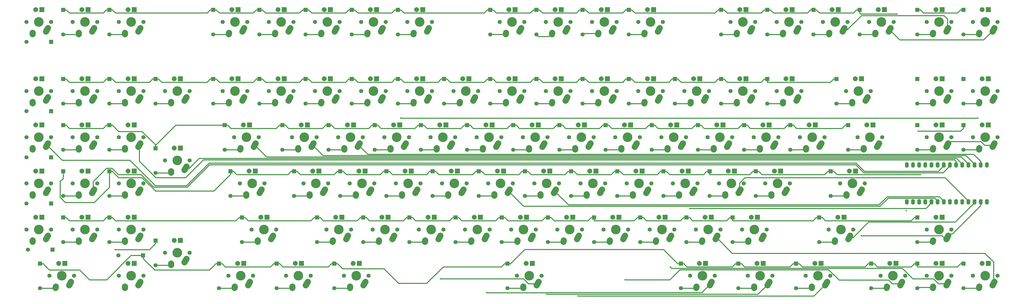
<source format=gtl>
G04 #@! TF.FileFunction,Copper,L1,Top,Signal*
%FSLAX46Y46*%
G04 Gerber Fmt 4.6, Leading zero omitted, Abs format (unit mm)*
G04 Created by KiCad (PCBNEW 4.0.2-stable) date Saturday, May 28, 2016 'PMt' 12:45:38 PM*
%MOMM*%
G01*
G04 APERTURE LIST*
%ADD10C,0.150000*%
%ADD11C,1.699260*%
%ADD12R,1.699260X1.699260*%
%ADD13C,3.987810*%
%ADD14C,1.701810*%
%ADD15C,2.500000*%
%ADD16R,2.000000X2.000000*%
%ADD17C,2.000000*%
%ADD18O,1.600000X2.300000*%
%ADD19C,0.609600*%
%ADD20C,0.381000*%
G04 APERTURE END LIST*
D10*
D11*
X286277540Y-119460520D03*
D12*
X286277540Y-109300520D03*
D11*
X419627540Y-138510520D03*
D12*
X419627540Y-128350520D03*
D13*
X428625000Y-133350000D03*
D14*
X433705000Y-133350000D03*
X423545000Y-133350000D03*
D15*
X431624547Y-137349954D02*
X432435453Y-135890046D01*
X426085276Y-138429328D02*
X426124724Y-137850672D01*
D16*
X429895000Y-128270000D03*
D17*
X427355000Y-128270000D03*
D11*
X400577540Y-138510520D03*
D12*
X400577540Y-128350520D03*
D13*
X409575000Y-133350000D03*
D14*
X414655000Y-133350000D03*
X404495000Y-133350000D03*
D15*
X412574547Y-137349954D02*
X413385453Y-135890046D01*
X407035276Y-138429328D02*
X407074724Y-137850672D01*
D16*
X410845000Y-128270000D03*
D17*
X408305000Y-128270000D03*
D11*
X381527540Y-138510520D03*
D12*
X381527540Y-128350520D03*
D13*
X390525000Y-133350000D03*
D14*
X395605000Y-133350000D03*
X385445000Y-133350000D03*
D15*
X393524547Y-137349954D02*
X394335453Y-135890046D01*
X387985276Y-138429328D02*
X388024724Y-137850672D01*
D16*
X391795000Y-128270000D03*
D17*
X389255000Y-128270000D03*
D11*
X350571290Y-138510520D03*
D12*
X350571290Y-128350520D03*
D13*
X359568750Y-133350000D03*
D14*
X364648750Y-133350000D03*
X354488750Y-133350000D03*
D15*
X362568297Y-137349954D02*
X363379203Y-135890046D01*
X357029026Y-138429328D02*
X357068474Y-137850672D01*
D16*
X360838750Y-128270000D03*
D17*
X358298750Y-128270000D03*
D11*
X326758790Y-138510520D03*
D12*
X326758790Y-128350520D03*
D13*
X335756250Y-133350000D03*
D14*
X340836250Y-133350000D03*
X330676250Y-133350000D03*
D15*
X338755797Y-137349954D02*
X339566703Y-135890046D01*
X333216526Y-138429328D02*
X333255974Y-137850672D01*
D16*
X337026250Y-128270000D03*
D17*
X334486250Y-128270000D03*
D11*
X303000000Y-138510520D03*
D12*
X303000000Y-128350520D03*
D13*
X311943750Y-133350000D03*
D14*
X317023750Y-133350000D03*
X306863750Y-133350000D03*
D15*
X314943297Y-137349954D02*
X315754203Y-135890046D01*
X309404026Y-138429328D02*
X309443474Y-137850672D01*
D16*
X313213750Y-128270000D03*
D17*
X310673750Y-128270000D03*
D11*
X231508790Y-138510520D03*
D12*
X231508790Y-128350520D03*
D13*
X240506250Y-133350000D03*
D14*
X245586250Y-133350000D03*
X235426250Y-133350000D03*
D15*
X243505797Y-137349954D02*
X244316703Y-135890046D01*
X237966526Y-138429328D02*
X238005974Y-137850672D01*
D16*
X241776250Y-128270000D03*
D17*
X239236250Y-128270000D03*
D11*
X160071290Y-138510520D03*
D12*
X160071290Y-128350520D03*
D13*
X169068750Y-133350000D03*
D14*
X174148750Y-133350000D03*
X163988750Y-133350000D03*
D15*
X172068297Y-137349954D02*
X172879203Y-135890046D01*
X166529026Y-138429328D02*
X166568474Y-137850672D01*
D16*
X170338750Y-128270000D03*
D17*
X167798750Y-128270000D03*
D11*
X136258790Y-138510520D03*
D12*
X136258790Y-128350520D03*
D13*
X145256250Y-133350000D03*
D14*
X150336250Y-133350000D03*
X140176250Y-133350000D03*
D15*
X148255797Y-137349954D02*
X149066703Y-135890046D01*
X142716526Y-138429328D02*
X142755974Y-137850672D01*
D16*
X146526250Y-128270000D03*
D17*
X143986250Y-128270000D03*
D11*
X112446290Y-138510520D03*
D12*
X112446290Y-128350520D03*
D13*
X121443750Y-133350000D03*
D14*
X126523750Y-133350000D03*
X116363750Y-133350000D03*
D15*
X124443297Y-137349954D02*
X125254203Y-135890046D01*
X118904026Y-138429328D02*
X118943474Y-137850672D01*
D16*
X122713750Y-128270000D03*
D17*
X120173750Y-128270000D03*
D11*
X71000000Y-125000000D03*
D12*
X81160000Y-125000000D03*
D13*
X76200000Y-133350000D03*
D14*
X81280000Y-133350000D03*
X71120000Y-133350000D03*
D15*
X79199547Y-137349954D02*
X80010453Y-135890046D01*
X73660276Y-138429328D02*
X73699724Y-137850672D01*
D16*
X77470000Y-128270000D03*
D17*
X74930000Y-128270000D03*
D11*
X38627540Y-138510520D03*
D12*
X38627540Y-128350520D03*
D13*
X47625000Y-133350000D03*
D14*
X52705000Y-133350000D03*
X42545000Y-133350000D03*
D15*
X50624547Y-137349954D02*
X51435453Y-135890046D01*
X45085276Y-138429328D02*
X45124724Y-137850672D01*
D16*
X48895000Y-128270000D03*
D17*
X46355000Y-128270000D03*
D11*
X400577540Y-119460520D03*
D12*
X400577540Y-109300520D03*
D13*
X409575000Y-114300000D03*
D14*
X414655000Y-114300000D03*
X404495000Y-114300000D03*
D15*
X412574547Y-118299954D02*
X413385453Y-116840046D01*
X407035276Y-119379328D02*
X407074724Y-118800672D01*
D16*
X410845000Y-109220000D03*
D17*
X408305000Y-109220000D03*
D11*
X360096290Y-119460520D03*
D12*
X360096290Y-109300520D03*
D13*
X369093750Y-114300000D03*
D14*
X374173750Y-114300000D03*
X364013750Y-114300000D03*
D15*
X372093297Y-118299954D02*
X372904203Y-116840046D01*
X366554026Y-119379328D02*
X366593474Y-118800672D01*
D16*
X370363750Y-109220000D03*
D17*
X367823750Y-109220000D03*
D11*
X324377540Y-119460520D03*
D12*
X324377540Y-109300520D03*
D13*
X333375000Y-114300000D03*
D14*
X338455000Y-114300000D03*
X328295000Y-114300000D03*
D15*
X336374547Y-118299954D02*
X337185453Y-116840046D01*
X330835276Y-119379328D02*
X330874724Y-118800672D01*
D16*
X334645000Y-109220000D03*
D17*
X332105000Y-109220000D03*
D11*
X305327540Y-119460520D03*
D12*
X305327540Y-109300520D03*
D13*
X314325000Y-114300000D03*
D14*
X319405000Y-114300000D03*
X309245000Y-114300000D03*
D15*
X317324547Y-118299954D02*
X318135453Y-116840046D01*
X311785276Y-119379328D02*
X311824724Y-118800672D01*
D16*
X315595000Y-109220000D03*
D17*
X313055000Y-109220000D03*
D13*
X295275000Y-114300000D03*
D14*
X300355000Y-114300000D03*
X290195000Y-114300000D03*
D15*
X298274547Y-118299954D02*
X299085453Y-116840046D01*
X292735276Y-119379328D02*
X292774724Y-118800672D01*
D16*
X296545000Y-109220000D03*
D17*
X294005000Y-109220000D03*
D11*
X267227540Y-119460520D03*
D12*
X267227540Y-109300520D03*
D13*
X276225000Y-114300000D03*
D14*
X281305000Y-114300000D03*
X271145000Y-114300000D03*
D15*
X279224547Y-118299954D02*
X280035453Y-116840046D01*
X273685276Y-119379328D02*
X273724724Y-118800672D01*
D16*
X277495000Y-109220000D03*
D17*
X274955000Y-109220000D03*
D11*
X248177540Y-119460520D03*
D12*
X248177540Y-109300520D03*
D13*
X257175000Y-114300000D03*
D14*
X262255000Y-114300000D03*
X252095000Y-114300000D03*
D15*
X260174547Y-118299954D02*
X260985453Y-116840046D01*
X254635276Y-119379328D02*
X254674724Y-118800672D01*
D16*
X258445000Y-109220000D03*
D17*
X255905000Y-109220000D03*
D11*
X229127540Y-119460520D03*
D12*
X229127540Y-109300520D03*
D13*
X238125000Y-114300000D03*
D14*
X243205000Y-114300000D03*
X233045000Y-114300000D03*
D15*
X241124547Y-118299954D02*
X241935453Y-116840046D01*
X235585276Y-119379328D02*
X235624724Y-118800672D01*
D16*
X239395000Y-109220000D03*
D17*
X236855000Y-109220000D03*
D11*
X210077540Y-119460520D03*
D12*
X210077540Y-109300520D03*
D13*
X219075000Y-114300000D03*
D14*
X224155000Y-114300000D03*
X213995000Y-114300000D03*
D15*
X222074547Y-118299954D02*
X222885453Y-116840046D01*
X216535276Y-119379328D02*
X216574724Y-118800672D01*
D16*
X220345000Y-109220000D03*
D17*
X217805000Y-109220000D03*
D11*
X191027540Y-119460520D03*
D12*
X191027540Y-109300520D03*
D13*
X200025000Y-114300000D03*
D14*
X205105000Y-114300000D03*
X194945000Y-114300000D03*
D15*
X203024547Y-118299954D02*
X203835453Y-116840046D01*
X197485276Y-119379328D02*
X197524724Y-118800672D01*
D16*
X201295000Y-109220000D03*
D17*
X198755000Y-109220000D03*
D11*
X171977540Y-119460520D03*
D12*
X171977540Y-109300520D03*
D13*
X180975000Y-114300000D03*
D14*
X186055000Y-114300000D03*
X175895000Y-114300000D03*
D15*
X183974547Y-118299954D02*
X184785453Y-116840046D01*
X178435276Y-119379328D02*
X178474724Y-118800672D01*
D16*
X182245000Y-109220000D03*
D17*
X179705000Y-109220000D03*
D11*
X152927540Y-119460520D03*
D12*
X152927540Y-109300520D03*
D13*
X161925000Y-114300000D03*
D14*
X167005000Y-114300000D03*
X156845000Y-114300000D03*
D15*
X164924547Y-118299954D02*
X165735453Y-116840046D01*
X159385276Y-119379328D02*
X159424724Y-118800672D01*
D16*
X163195000Y-109220000D03*
D17*
X160655000Y-109220000D03*
D11*
X121971290Y-119460520D03*
D12*
X121971290Y-109300520D03*
D13*
X130968750Y-114300000D03*
D14*
X136048750Y-114300000D03*
X125888750Y-114300000D03*
D15*
X133968297Y-118299954D02*
X134779203Y-116840046D01*
X128429026Y-119379328D02*
X128468474Y-118800672D01*
D16*
X132238750Y-109220000D03*
D17*
X129698750Y-109220000D03*
D11*
X86252540Y-128985520D03*
D12*
X86252540Y-118825520D03*
D13*
X95250000Y-123825000D03*
D14*
X100330000Y-123825000D03*
X90170000Y-123825000D03*
D15*
X98249547Y-127824954D02*
X99060453Y-126365046D01*
X92710276Y-128904328D02*
X92749724Y-128325672D01*
D16*
X96520000Y-118745000D03*
D17*
X93980000Y-118745000D03*
D11*
X67202540Y-119460520D03*
D12*
X67202540Y-109300520D03*
D13*
X76200000Y-114300000D03*
D14*
X81280000Y-114300000D03*
X71120000Y-114300000D03*
D15*
X79199547Y-118299954D02*
X80010453Y-116840046D01*
X73660276Y-119379328D02*
X73699724Y-118800672D01*
D16*
X77470000Y-109220000D03*
D17*
X74930000Y-109220000D03*
D11*
X48152540Y-119460520D03*
D12*
X48152540Y-109300520D03*
D13*
X57150000Y-114300000D03*
D14*
X62230000Y-114300000D03*
X52070000Y-114300000D03*
D15*
X60149547Y-118299954D02*
X60960453Y-116840046D01*
X54610276Y-119379328D02*
X54649724Y-118800672D01*
D16*
X58420000Y-109220000D03*
D17*
X55880000Y-109220000D03*
D11*
X33655000Y-122555000D03*
D12*
X43815000Y-122555000D03*
D13*
X38100000Y-114300000D03*
D14*
X43180000Y-114300000D03*
X33020000Y-114300000D03*
D15*
X41099547Y-118299954D02*
X41910453Y-116840046D01*
X35560276Y-119379328D02*
X35599724Y-118800672D01*
D16*
X39370000Y-109220000D03*
D17*
X36830000Y-109220000D03*
D11*
X364858790Y-100410520D03*
D12*
X364858790Y-90250520D03*
D13*
X373856250Y-95250000D03*
D14*
X378936250Y-95250000D03*
X368776250Y-95250000D03*
D15*
X376855797Y-99249954D02*
X377666703Y-97790046D01*
X371316526Y-100329328D02*
X371355974Y-99750672D01*
D16*
X375126250Y-90170000D03*
D17*
X372586250Y-90170000D03*
D11*
X333902540Y-100410520D03*
D12*
X333902540Y-90250520D03*
D13*
X342900000Y-95250000D03*
D14*
X347980000Y-95250000D03*
X337820000Y-95250000D03*
D15*
X345899547Y-99249954D02*
X346710453Y-97790046D01*
X340360276Y-100329328D02*
X340399724Y-99750672D01*
D16*
X344170000Y-90170000D03*
D17*
X341630000Y-90170000D03*
D11*
X314852540Y-100410520D03*
D12*
X314852540Y-90250520D03*
D13*
X323850000Y-95250000D03*
D14*
X328930000Y-95250000D03*
X318770000Y-95250000D03*
D15*
X326849547Y-99249954D02*
X327660453Y-97790046D01*
X321310276Y-100329328D02*
X321349724Y-99750672D01*
D16*
X325120000Y-90170000D03*
D17*
X322580000Y-90170000D03*
D11*
X295802540Y-100410520D03*
D12*
X295802540Y-90250520D03*
D13*
X304800000Y-95250000D03*
D14*
X309880000Y-95250000D03*
X299720000Y-95250000D03*
D15*
X307799547Y-99249954D02*
X308610453Y-97790046D01*
X302260276Y-100329328D02*
X302299724Y-99750672D01*
D16*
X306070000Y-90170000D03*
D17*
X303530000Y-90170000D03*
D11*
X276752540Y-100410520D03*
D12*
X276752540Y-90250520D03*
D13*
X285750000Y-95250000D03*
D14*
X290830000Y-95250000D03*
X280670000Y-95250000D03*
D15*
X288749547Y-99249954D02*
X289560453Y-97790046D01*
X283210276Y-100329328D02*
X283249724Y-99750672D01*
D16*
X287020000Y-90170000D03*
D17*
X284480000Y-90170000D03*
D11*
X257702540Y-100410520D03*
D12*
X257702540Y-90250520D03*
D13*
X266700000Y-95250000D03*
D14*
X271780000Y-95250000D03*
X261620000Y-95250000D03*
D15*
X269699547Y-99249954D02*
X270510453Y-97790046D01*
X264160276Y-100329328D02*
X264199724Y-99750672D01*
D16*
X267970000Y-90170000D03*
D17*
X265430000Y-90170000D03*
D11*
X238652540Y-100410520D03*
D12*
X238652540Y-90250520D03*
D13*
X247650000Y-95250000D03*
D14*
X252730000Y-95250000D03*
X242570000Y-95250000D03*
D15*
X250649547Y-99249954D02*
X251460453Y-97790046D01*
X245110276Y-100329328D02*
X245149724Y-99750672D01*
D16*
X248920000Y-90170000D03*
D17*
X246380000Y-90170000D03*
D11*
X219602540Y-100410520D03*
D12*
X219602540Y-90250520D03*
D13*
X228600000Y-95250000D03*
D14*
X233680000Y-95250000D03*
X223520000Y-95250000D03*
D15*
X231599547Y-99249954D02*
X232410453Y-97790046D01*
X226060276Y-100329328D02*
X226099724Y-99750672D01*
D16*
X229870000Y-90170000D03*
D17*
X227330000Y-90170000D03*
D11*
X200552540Y-100410520D03*
D12*
X200552540Y-90250520D03*
D13*
X209550000Y-95250000D03*
D14*
X214630000Y-95250000D03*
X204470000Y-95250000D03*
D15*
X212549547Y-99249954D02*
X213360453Y-97790046D01*
X207010276Y-100329328D02*
X207049724Y-99750672D01*
D16*
X210820000Y-90170000D03*
D17*
X208280000Y-90170000D03*
D11*
X181502540Y-100410520D03*
D12*
X181502540Y-90250520D03*
D13*
X190500000Y-95250000D03*
D14*
X195580000Y-95250000D03*
X185420000Y-95250000D03*
D15*
X193499547Y-99249954D02*
X194310453Y-97790046D01*
X187960276Y-100329328D02*
X187999724Y-99750672D01*
D16*
X191770000Y-90170000D03*
D17*
X189230000Y-90170000D03*
D11*
X162452540Y-100410520D03*
D12*
X162452540Y-90250520D03*
D13*
X171450000Y-95250000D03*
D14*
X176530000Y-95250000D03*
X166370000Y-95250000D03*
D15*
X174449547Y-99249954D02*
X175260453Y-97790046D01*
X168910276Y-100329328D02*
X168949724Y-99750672D01*
D16*
X172720000Y-90170000D03*
D17*
X170180000Y-90170000D03*
D11*
X143402540Y-100410520D03*
D12*
X143402540Y-90250520D03*
D13*
X152400000Y-95250000D03*
D14*
X157480000Y-95250000D03*
X147320000Y-95250000D03*
D15*
X155399547Y-99249954D02*
X156210453Y-97790046D01*
X149860276Y-100329328D02*
X149899724Y-99750672D01*
D16*
X153670000Y-90170000D03*
D17*
X151130000Y-90170000D03*
D11*
X117208790Y-100410520D03*
D12*
X117208790Y-90250520D03*
D13*
X126206250Y-95250000D03*
D14*
X131286250Y-95250000D03*
X121126250Y-95250000D03*
D15*
X129205797Y-99249954D02*
X130016703Y-97790046D01*
X123666526Y-100329328D02*
X123705974Y-99750672D01*
D16*
X127476250Y-90170000D03*
D17*
X124936250Y-90170000D03*
D11*
X67202540Y-100410520D03*
D12*
X67202540Y-90250520D03*
D13*
X76200000Y-95250000D03*
D14*
X81280000Y-95250000D03*
X71120000Y-95250000D03*
D15*
X79199547Y-99249954D02*
X80010453Y-97790046D01*
X73660276Y-100329328D02*
X73699724Y-99750672D01*
D16*
X77470000Y-90170000D03*
D17*
X74930000Y-90170000D03*
D11*
X48152540Y-100410520D03*
D12*
X48152540Y-90250520D03*
D13*
X57150000Y-95250000D03*
D14*
X62230000Y-95250000D03*
X52070000Y-95250000D03*
D15*
X60149547Y-99249954D02*
X60960453Y-97790046D01*
X54610276Y-100329328D02*
X54649724Y-99750672D01*
D16*
X58420000Y-90170000D03*
D17*
X55880000Y-90170000D03*
D11*
X33020000Y-103505000D03*
D12*
X43180000Y-103505000D03*
D13*
X38100000Y-95250000D03*
D14*
X43180000Y-95250000D03*
X33020000Y-95250000D03*
D15*
X41099547Y-99249954D02*
X41910453Y-97790046D01*
X35560276Y-100329328D02*
X35599724Y-99750672D01*
D16*
X39370000Y-90170000D03*
D17*
X36830000Y-90170000D03*
D11*
X419627540Y-81360520D03*
D12*
X419627540Y-71200520D03*
D13*
X428625000Y-76200000D03*
D14*
X433705000Y-76200000D03*
X423545000Y-76200000D03*
D15*
X431624547Y-80199954D02*
X432435453Y-78740046D01*
X426085276Y-81279328D02*
X426124724Y-80700672D01*
D16*
X429895000Y-71120000D03*
D17*
X427355000Y-71120000D03*
D11*
X400577540Y-81360520D03*
D12*
X400577540Y-71200520D03*
D13*
X409575000Y-76200000D03*
D14*
X414655000Y-76200000D03*
X404495000Y-76200000D03*
D15*
X412574547Y-80199954D02*
X413385453Y-78740046D01*
X407035276Y-81279328D02*
X407074724Y-80700672D01*
D16*
X410845000Y-71120000D03*
D17*
X408305000Y-71120000D03*
D11*
X372002540Y-81360520D03*
D12*
X372002540Y-71200520D03*
D13*
X381000000Y-76200000D03*
D14*
X386080000Y-76200000D03*
X375920000Y-76200000D03*
D15*
X383999547Y-80199954D02*
X384810453Y-78740046D01*
X378460276Y-81279328D02*
X378499724Y-80700672D01*
D16*
X382270000Y-71120000D03*
D17*
X379730000Y-71120000D03*
D11*
X348190040Y-81360520D03*
D12*
X348190040Y-71200520D03*
D13*
X357187500Y-76200000D03*
D14*
X362267500Y-76200000D03*
X352107500Y-76200000D03*
D15*
X360187047Y-80199954D02*
X360997953Y-78740046D01*
X354647776Y-81279328D02*
X354687224Y-80700672D01*
D16*
X358457500Y-71120000D03*
D17*
X355917500Y-71120000D03*
D11*
X329140040Y-81360520D03*
D12*
X329140040Y-71200520D03*
D13*
X338137500Y-76200000D03*
D14*
X343217500Y-76200000D03*
X333057500Y-76200000D03*
D15*
X341137047Y-80199954D02*
X341947953Y-78740046D01*
X335597776Y-81279328D02*
X335637224Y-80700672D01*
D16*
X339407500Y-71120000D03*
D17*
X336867500Y-71120000D03*
D11*
X310090040Y-81360520D03*
D12*
X310090040Y-71200520D03*
D13*
X319087500Y-76200000D03*
D14*
X324167500Y-76200000D03*
X314007500Y-76200000D03*
D15*
X322087047Y-80199954D02*
X322897953Y-78740046D01*
X316547776Y-81279328D02*
X316587224Y-80700672D01*
D16*
X320357500Y-71120000D03*
D17*
X317817500Y-71120000D03*
D11*
X291040040Y-81360520D03*
D12*
X291040040Y-71200520D03*
D13*
X300037500Y-76200000D03*
D14*
X305117500Y-76200000D03*
X294957500Y-76200000D03*
D15*
X303037047Y-80199954D02*
X303847953Y-78740046D01*
X297497776Y-81279328D02*
X297537224Y-80700672D01*
D16*
X301307500Y-71120000D03*
D17*
X298767500Y-71120000D03*
D11*
X271990040Y-81360520D03*
D12*
X271990040Y-71200520D03*
D13*
X280987500Y-76200000D03*
D14*
X286067500Y-76200000D03*
X275907500Y-76200000D03*
D15*
X283987047Y-80199954D02*
X284797953Y-78740046D01*
X278447776Y-81279328D02*
X278487224Y-80700672D01*
D16*
X282257500Y-71120000D03*
D17*
X279717500Y-71120000D03*
D11*
X252940040Y-81360520D03*
D12*
X252940040Y-71200520D03*
D13*
X261937500Y-76200000D03*
D14*
X267017500Y-76200000D03*
X256857500Y-76200000D03*
D15*
X264937047Y-80199954D02*
X265747953Y-78740046D01*
X259397776Y-81279328D02*
X259437224Y-80700672D01*
D16*
X263207500Y-71120000D03*
D17*
X260667500Y-71120000D03*
D11*
X233890040Y-81360520D03*
D12*
X233890040Y-71200520D03*
D13*
X242887500Y-76200000D03*
D14*
X247967500Y-76200000D03*
X237807500Y-76200000D03*
D15*
X245887047Y-80199954D02*
X246697953Y-78740046D01*
X240347776Y-81279328D02*
X240387224Y-80700672D01*
D16*
X244157500Y-71120000D03*
D17*
X241617500Y-71120000D03*
D11*
X214840040Y-81360520D03*
D12*
X214840040Y-71200520D03*
D13*
X223837500Y-76200000D03*
D14*
X228917500Y-76200000D03*
X218757500Y-76200000D03*
D15*
X226837047Y-80199954D02*
X227647953Y-78740046D01*
X221297776Y-81279328D02*
X221337224Y-80700672D01*
D16*
X225107500Y-71120000D03*
D17*
X222567500Y-71120000D03*
D11*
X195790040Y-81360520D03*
D12*
X195790040Y-71200520D03*
D13*
X204787500Y-76200000D03*
D14*
X209867500Y-76200000D03*
X199707500Y-76200000D03*
D15*
X207787047Y-80199954D02*
X208597953Y-78740046D01*
X202247776Y-81279328D02*
X202287224Y-80700672D01*
D16*
X206057500Y-71120000D03*
D17*
X203517500Y-71120000D03*
D11*
X176740040Y-81360520D03*
D12*
X176740040Y-71200520D03*
D13*
X185737500Y-76200000D03*
D14*
X190817500Y-76200000D03*
X180657500Y-76200000D03*
D15*
X188737047Y-80199954D02*
X189547953Y-78740046D01*
X183197776Y-81279328D02*
X183237224Y-80700672D01*
D16*
X187007500Y-71120000D03*
D17*
X184467500Y-71120000D03*
D11*
X157690040Y-81360520D03*
D12*
X157690040Y-71200520D03*
D13*
X166687500Y-76200000D03*
D14*
X171767500Y-76200000D03*
X161607500Y-76200000D03*
D15*
X169687047Y-80199954D02*
X170497953Y-78740046D01*
X164147776Y-81279328D02*
X164187224Y-80700672D01*
D16*
X167957500Y-71120000D03*
D17*
X165417500Y-71120000D03*
D11*
X138640040Y-81360520D03*
D12*
X138640040Y-71200520D03*
D13*
X147637500Y-76200000D03*
D14*
X152717500Y-76200000D03*
X142557500Y-76200000D03*
D15*
X150637047Y-80199954D02*
X151447953Y-78740046D01*
X145097776Y-81279328D02*
X145137224Y-80700672D01*
D16*
X148907500Y-71120000D03*
D17*
X146367500Y-71120000D03*
D11*
X114827540Y-81360520D03*
D12*
X114827540Y-71200520D03*
D13*
X123825000Y-76200000D03*
D14*
X128905000Y-76200000D03*
X118745000Y-76200000D03*
D15*
X126824547Y-80199954D02*
X127635453Y-78740046D01*
X121285276Y-81279328D02*
X121324724Y-80700672D01*
D16*
X125095000Y-71120000D03*
D17*
X122555000Y-71120000D03*
D11*
X86252540Y-90885520D03*
D12*
X86252540Y-80725520D03*
D13*
X95250000Y-85725000D03*
D14*
X100330000Y-85725000D03*
X90170000Y-85725000D03*
D15*
X98249547Y-89724954D02*
X99060453Y-88265046D01*
X92710276Y-90804328D02*
X92749724Y-90225672D01*
D16*
X96520000Y-80645000D03*
D17*
X93980000Y-80645000D03*
D11*
X67202540Y-81360520D03*
D12*
X67202540Y-71200520D03*
D13*
X76200000Y-76200000D03*
D14*
X81280000Y-76200000D03*
X71120000Y-76200000D03*
D15*
X79199547Y-80199954D02*
X80010453Y-78740046D01*
X73660276Y-81279328D02*
X73699724Y-80700672D01*
D16*
X77470000Y-71120000D03*
D17*
X74930000Y-71120000D03*
D11*
X48152540Y-81360520D03*
D12*
X48152540Y-71200520D03*
D13*
X57150000Y-76200000D03*
D14*
X62230000Y-76200000D03*
X52070000Y-76200000D03*
D15*
X60149547Y-80199954D02*
X60960453Y-78740046D01*
X54610276Y-81279328D02*
X54649724Y-80700672D01*
D16*
X58420000Y-71120000D03*
D17*
X55880000Y-71120000D03*
D11*
X33020000Y-84455000D03*
D12*
X43180000Y-84455000D03*
D13*
X38100000Y-76200000D03*
D14*
X43180000Y-76200000D03*
X33020000Y-76200000D03*
D15*
X41099547Y-80199954D02*
X41910453Y-78740046D01*
X35560276Y-81279328D02*
X35599724Y-80700672D01*
D16*
X39370000Y-71120000D03*
D17*
X36830000Y-71120000D03*
D11*
X419627540Y-62310520D03*
D12*
X419627540Y-52150520D03*
D13*
X428625000Y-57150000D03*
D14*
X433705000Y-57150000D03*
X423545000Y-57150000D03*
D15*
X431624547Y-61149954D02*
X432435453Y-59690046D01*
X426085276Y-62229328D02*
X426124724Y-61650672D01*
D16*
X429895000Y-52070000D03*
D17*
X427355000Y-52070000D03*
D11*
X400577540Y-62310520D03*
D12*
X400577540Y-52150520D03*
D13*
X409575000Y-57150000D03*
D14*
X414655000Y-57150000D03*
X404495000Y-57150000D03*
D15*
X412574547Y-61149954D02*
X413385453Y-59690046D01*
X407035276Y-62229328D02*
X407074724Y-61650672D01*
D16*
X410845000Y-52070000D03*
D17*
X408305000Y-52070000D03*
D11*
X367240040Y-62310520D03*
D12*
X367240040Y-52150520D03*
D13*
X376237500Y-57150000D03*
D14*
X381317500Y-57150000D03*
X371157500Y-57150000D03*
D15*
X379237047Y-61149954D02*
X380047953Y-59690046D01*
X373697776Y-62229328D02*
X373737224Y-61650672D01*
D16*
X377507500Y-52070000D03*
D17*
X374967500Y-52070000D03*
D11*
X338665040Y-62310520D03*
D12*
X338665040Y-52150520D03*
D13*
X347662500Y-57150000D03*
D14*
X352742500Y-57150000D03*
X342582500Y-57150000D03*
D15*
X350662047Y-61149954D02*
X351472953Y-59690046D01*
X345122776Y-62229328D02*
X345162224Y-61650672D01*
D16*
X348932500Y-52070000D03*
D17*
X346392500Y-52070000D03*
D11*
X319615040Y-62310520D03*
D12*
X319615040Y-52150520D03*
D13*
X328612500Y-57150000D03*
D14*
X333692500Y-57150000D03*
X323532500Y-57150000D03*
D15*
X331612047Y-61149954D02*
X332422953Y-59690046D01*
X326072776Y-62229328D02*
X326112224Y-61650672D01*
D16*
X329882500Y-52070000D03*
D17*
X327342500Y-52070000D03*
D11*
X300565040Y-62310520D03*
D12*
X300565040Y-52150520D03*
D13*
X309562500Y-57150000D03*
D14*
X314642500Y-57150000D03*
X304482500Y-57150000D03*
D15*
X312562047Y-61149954D02*
X313372953Y-59690046D01*
X307022776Y-62229328D02*
X307062224Y-61650672D01*
D16*
X310832500Y-52070000D03*
D17*
X308292500Y-52070000D03*
D11*
X281515040Y-62310520D03*
D12*
X281515040Y-52150520D03*
D13*
X290512500Y-57150000D03*
D14*
X295592500Y-57150000D03*
X285432500Y-57150000D03*
D15*
X293512047Y-61149954D02*
X294322953Y-59690046D01*
X287972776Y-62229328D02*
X288012224Y-61650672D01*
D16*
X291782500Y-52070000D03*
D17*
X289242500Y-52070000D03*
D11*
X262465040Y-62310520D03*
D12*
X262465040Y-52150520D03*
D13*
X271462500Y-57150000D03*
D14*
X276542500Y-57150000D03*
X266382500Y-57150000D03*
D15*
X274462047Y-61149954D02*
X275272953Y-59690046D01*
X268922776Y-62229328D02*
X268962224Y-61650672D01*
D16*
X272732500Y-52070000D03*
D17*
X270192500Y-52070000D03*
D11*
X243415040Y-62310520D03*
D12*
X243415040Y-52150520D03*
D13*
X252412500Y-57150000D03*
D14*
X257492500Y-57150000D03*
X247332500Y-57150000D03*
D15*
X255412047Y-61149954D02*
X256222953Y-59690046D01*
X249872776Y-62229328D02*
X249912224Y-61650672D01*
D16*
X253682500Y-52070000D03*
D17*
X251142500Y-52070000D03*
D11*
X224365040Y-62310520D03*
D12*
X224365040Y-52150520D03*
D13*
X233362500Y-57150000D03*
D14*
X238442500Y-57150000D03*
X228282500Y-57150000D03*
D15*
X236362047Y-61149954D02*
X237172953Y-59690046D01*
X230822776Y-62229328D02*
X230862224Y-61650672D01*
D16*
X234632500Y-52070000D03*
D17*
X232092500Y-52070000D03*
D11*
X205315040Y-62310520D03*
D12*
X205315040Y-52150520D03*
D13*
X214312500Y-57150000D03*
D14*
X219392500Y-57150000D03*
X209232500Y-57150000D03*
D15*
X217312047Y-61149954D02*
X218122953Y-59690046D01*
X211772776Y-62229328D02*
X211812224Y-61650672D01*
D16*
X215582500Y-52070000D03*
D17*
X213042500Y-52070000D03*
D11*
X186265040Y-62310520D03*
D12*
X186265040Y-52150520D03*
D13*
X195262500Y-57150000D03*
D14*
X200342500Y-57150000D03*
X190182500Y-57150000D03*
D15*
X198262047Y-61149954D02*
X199072953Y-59690046D01*
X192722776Y-62229328D02*
X192762224Y-61650672D01*
D16*
X196532500Y-52070000D03*
D17*
X193992500Y-52070000D03*
D11*
X167215040Y-62310520D03*
D12*
X167215040Y-52150520D03*
D13*
X176212500Y-57150000D03*
D14*
X181292500Y-57150000D03*
X171132500Y-57150000D03*
D15*
X179212047Y-61149954D02*
X180022953Y-59690046D01*
X173672776Y-62229328D02*
X173712224Y-61650672D01*
D16*
X177482500Y-52070000D03*
D17*
X174942500Y-52070000D03*
D11*
X148165040Y-62310520D03*
D12*
X148165040Y-52150520D03*
D13*
X157162500Y-57150000D03*
D14*
X162242500Y-57150000D03*
X152082500Y-57150000D03*
D15*
X160162047Y-61149954D02*
X160972953Y-59690046D01*
X154622776Y-62229328D02*
X154662224Y-61650672D01*
D16*
X158432500Y-52070000D03*
D17*
X155892500Y-52070000D03*
D11*
X129115040Y-62310520D03*
D12*
X129115040Y-52150520D03*
D13*
X138112500Y-57150000D03*
D14*
X143192500Y-57150000D03*
X133032500Y-57150000D03*
D15*
X141112047Y-61149954D02*
X141922953Y-59690046D01*
X135572776Y-62229328D02*
X135612224Y-61650672D01*
D16*
X139382500Y-52070000D03*
D17*
X136842500Y-52070000D03*
D11*
X110065040Y-62310520D03*
D12*
X110065040Y-52150520D03*
D13*
X119062500Y-57150000D03*
D14*
X124142500Y-57150000D03*
X113982500Y-57150000D03*
D15*
X122062047Y-61149954D02*
X122872953Y-59690046D01*
X116522776Y-62229328D02*
X116562224Y-61650672D01*
D16*
X120332500Y-52070000D03*
D17*
X117792500Y-52070000D03*
D11*
X86252540Y-62310520D03*
D12*
X86252540Y-52150520D03*
D13*
X95250000Y-57150000D03*
D14*
X100330000Y-57150000D03*
X90170000Y-57150000D03*
D15*
X98249547Y-61149954D02*
X99060453Y-59690046D01*
X92710276Y-62229328D02*
X92749724Y-61650672D01*
D16*
X96520000Y-52070000D03*
D17*
X93980000Y-52070000D03*
D11*
X67202540Y-62310520D03*
D12*
X67202540Y-52150520D03*
D13*
X76200000Y-57150000D03*
D14*
X81280000Y-57150000D03*
X71120000Y-57150000D03*
D15*
X79199547Y-61149954D02*
X80010453Y-59690046D01*
X73660276Y-62229328D02*
X73699724Y-61650672D01*
D16*
X77470000Y-52070000D03*
D17*
X74930000Y-52070000D03*
D11*
X48152540Y-62310520D03*
D12*
X48152540Y-52150520D03*
D13*
X57150000Y-57150000D03*
D14*
X62230000Y-57150000D03*
X52070000Y-57150000D03*
D15*
X60149547Y-61149954D02*
X60960453Y-59690046D01*
X54610276Y-62229328D02*
X54649724Y-61650672D01*
D16*
X58420000Y-52070000D03*
D17*
X55880000Y-52070000D03*
D11*
X33020000Y-65405000D03*
D12*
X43180000Y-65405000D03*
D13*
X38100000Y-57150000D03*
D14*
X43180000Y-57150000D03*
X33020000Y-57150000D03*
D15*
X41099547Y-61149954D02*
X41910453Y-59690046D01*
X35560276Y-62229328D02*
X35599724Y-61650672D01*
D16*
X39370000Y-52070000D03*
D17*
X36830000Y-52070000D03*
D11*
X419627540Y-33735520D03*
D12*
X419627540Y-23575520D03*
D13*
X428625000Y-28575000D03*
D14*
X433705000Y-28575000D03*
X423545000Y-28575000D03*
D15*
X431624547Y-32574954D02*
X432435453Y-31115046D01*
X426085276Y-33654328D02*
X426124724Y-33075672D01*
D16*
X429895000Y-23495000D03*
D17*
X427355000Y-23495000D03*
D11*
X400577540Y-33735520D03*
D12*
X400577540Y-23575520D03*
D13*
X409575000Y-28575000D03*
D14*
X414655000Y-28575000D03*
X404495000Y-28575000D03*
D15*
X412574547Y-32574954D02*
X413385453Y-31115046D01*
X407035276Y-33654328D02*
X407074724Y-33075672D01*
D16*
X410845000Y-23495000D03*
D17*
X408305000Y-23495000D03*
D11*
X376765040Y-33735520D03*
D12*
X376765040Y-23575520D03*
D13*
X385762500Y-28575000D03*
D14*
X390842500Y-28575000D03*
X380682500Y-28575000D03*
D15*
X388762047Y-32574954D02*
X389572953Y-31115046D01*
X383222776Y-33654328D02*
X383262224Y-33075672D01*
D16*
X387032500Y-23495000D03*
D17*
X384492500Y-23495000D03*
D11*
X357715040Y-33735520D03*
D12*
X357715040Y-23575520D03*
D13*
X366712500Y-28575000D03*
D14*
X371792500Y-28575000D03*
X361632500Y-28575000D03*
D15*
X369712047Y-32574954D02*
X370522953Y-31115046D01*
X364172776Y-33654328D02*
X364212224Y-33075672D01*
D16*
X367982500Y-23495000D03*
D17*
X365442500Y-23495000D03*
D11*
X338665040Y-33735520D03*
D12*
X338665040Y-23575520D03*
D13*
X347662500Y-28575000D03*
D14*
X352742500Y-28575000D03*
X342582500Y-28575000D03*
D15*
X350662047Y-32574954D02*
X351472953Y-31115046D01*
X345122776Y-33654328D02*
X345162224Y-33075672D01*
D16*
X348932500Y-23495000D03*
D17*
X346392500Y-23495000D03*
D11*
X319615040Y-33735520D03*
D12*
X319615040Y-23575520D03*
D13*
X328612500Y-28575000D03*
D14*
X333692500Y-28575000D03*
X323532500Y-28575000D03*
D15*
X331612047Y-32574954D02*
X332422953Y-31115046D01*
X326072776Y-33654328D02*
X326112224Y-33075672D01*
D16*
X329882500Y-23495000D03*
D17*
X327342500Y-23495000D03*
D11*
X281515040Y-33735520D03*
D12*
X281515040Y-23575520D03*
D13*
X290512500Y-28575000D03*
D14*
X295592500Y-28575000D03*
X285432500Y-28575000D03*
D15*
X293512047Y-32574954D02*
X294322953Y-31115046D01*
X287972776Y-33654328D02*
X288012224Y-33075672D01*
D16*
X291782500Y-23495000D03*
D17*
X289242500Y-23495000D03*
D11*
X262465040Y-33735520D03*
D12*
X262465040Y-23575520D03*
D13*
X271462500Y-28575000D03*
D14*
X276542500Y-28575000D03*
X266382500Y-28575000D03*
D15*
X274462047Y-32574954D02*
X275272953Y-31115046D01*
X268922776Y-33654328D02*
X268962224Y-33075672D01*
D16*
X272732500Y-23495000D03*
D17*
X270192500Y-23495000D03*
D11*
X243415040Y-33735520D03*
D12*
X243415040Y-23575520D03*
D13*
X252412500Y-28575000D03*
D14*
X257492500Y-28575000D03*
X247332500Y-28575000D03*
D15*
X255412047Y-32574954D02*
X256222953Y-31115046D01*
X249872776Y-33654328D02*
X249912224Y-33075672D01*
D16*
X253682500Y-23495000D03*
D17*
X251142500Y-23495000D03*
D11*
X224365040Y-33735520D03*
D12*
X224365040Y-23575520D03*
D13*
X233362500Y-28575000D03*
D14*
X238442500Y-28575000D03*
X228282500Y-28575000D03*
D15*
X236362047Y-32574954D02*
X237172953Y-31115046D01*
X230822776Y-33654328D02*
X230862224Y-33075672D01*
D16*
X234632500Y-23495000D03*
D17*
X232092500Y-23495000D03*
D11*
X186265040Y-33735520D03*
D12*
X186265040Y-23575520D03*
D13*
X195262500Y-28575000D03*
D14*
X200342500Y-28575000D03*
X190182500Y-28575000D03*
D15*
X198262047Y-32574954D02*
X199072953Y-31115046D01*
X192722776Y-33654328D02*
X192762224Y-33075672D01*
D16*
X196532500Y-23495000D03*
D17*
X193992500Y-23495000D03*
D11*
X167215040Y-33735520D03*
D12*
X167215040Y-23575520D03*
D13*
X176212500Y-28575000D03*
D14*
X181292500Y-28575000D03*
X171132500Y-28575000D03*
D15*
X179212047Y-32574954D02*
X180022953Y-31115046D01*
X173672776Y-33654328D02*
X173712224Y-33075672D01*
D16*
X177482500Y-23495000D03*
D17*
X174942500Y-23495000D03*
D11*
X148165040Y-33735520D03*
D12*
X148165040Y-23575520D03*
D13*
X157162500Y-28575000D03*
D14*
X162242500Y-28575000D03*
X152082500Y-28575000D03*
D15*
X160162047Y-32574954D02*
X160972953Y-31115046D01*
X154622776Y-33654328D02*
X154662224Y-33075672D01*
D16*
X158432500Y-23495000D03*
D17*
X155892500Y-23495000D03*
D11*
X129115040Y-33735520D03*
D12*
X129115040Y-23575520D03*
D13*
X138112500Y-28575000D03*
D14*
X143192500Y-28575000D03*
X133032500Y-28575000D03*
D15*
X141112047Y-32574954D02*
X141922953Y-31115046D01*
X135572776Y-33654328D02*
X135612224Y-33075672D01*
D16*
X139382500Y-23495000D03*
D17*
X136842500Y-23495000D03*
D11*
X110065040Y-33735520D03*
D12*
X110065040Y-23575520D03*
D13*
X119062500Y-28575000D03*
D14*
X124142500Y-28575000D03*
X113982500Y-28575000D03*
D15*
X122062047Y-32574954D02*
X122872953Y-31115046D01*
X116522776Y-33654328D02*
X116562224Y-33075672D01*
D16*
X120332500Y-23495000D03*
D17*
X117792500Y-23495000D03*
D11*
X67202540Y-33735520D03*
D12*
X67202540Y-23575520D03*
D13*
X76200000Y-28575000D03*
D14*
X81280000Y-28575000D03*
X71120000Y-28575000D03*
D15*
X79199547Y-32574954D02*
X80010453Y-31115046D01*
X73660276Y-33654328D02*
X73699724Y-33075672D01*
D16*
X77470000Y-23495000D03*
D17*
X74930000Y-23495000D03*
D11*
X48152540Y-33735520D03*
D12*
X48152540Y-23575520D03*
D13*
X57150000Y-28575000D03*
D14*
X62230000Y-28575000D03*
X52070000Y-28575000D03*
D15*
X60149547Y-32574954D02*
X60960453Y-31115046D01*
X54610276Y-33654328D02*
X54649724Y-33075672D01*
D16*
X58420000Y-23495000D03*
D17*
X55880000Y-23495000D03*
D11*
X33020000Y-36830000D03*
D12*
X43180000Y-36830000D03*
D13*
X38100000Y-28575000D03*
D14*
X43180000Y-28575000D03*
X33020000Y-28575000D03*
D15*
X41099547Y-32574954D02*
X41910453Y-31115046D01*
X35560276Y-33654328D02*
X35599724Y-33075672D01*
D16*
X39370000Y-23495000D03*
D17*
X36830000Y-23495000D03*
D18*
X396240000Y-102870000D03*
X398780000Y-102870000D03*
X401320000Y-102870000D03*
X403860000Y-102870000D03*
X406400000Y-102870000D03*
X408940000Y-102870000D03*
X411480000Y-102870000D03*
X414020000Y-102870000D03*
X416560000Y-102870000D03*
X419100000Y-102870000D03*
X421640000Y-102870000D03*
X424180000Y-102870000D03*
X426720000Y-102870000D03*
X429260000Y-102870000D03*
X429260000Y-87630000D03*
X426720000Y-87630000D03*
X424180000Y-87630000D03*
X421640000Y-87630000D03*
X419100000Y-87630000D03*
X416560000Y-87630000D03*
X414020000Y-87630000D03*
X411480000Y-87630000D03*
X408940000Y-87630000D03*
X406400000Y-87630000D03*
X403860000Y-87630000D03*
X401320000Y-87630000D03*
X398780000Y-87630000D03*
X396240000Y-87630000D03*
D19*
X392176000Y-25273000D03*
X69596000Y-122555000D03*
X401828000Y-91567000D03*
X400939000Y-73660000D03*
X306705000Y-105537000D03*
X222885000Y-140335000D03*
X247650000Y-140970000D03*
X187452000Y-68254500D03*
X425577000Y-68326000D03*
X203835000Y-134620000D03*
X377444000Y-116840000D03*
X260604000Y-141732000D03*
X280000000Y-135000000D03*
X298704000Y-129794000D03*
X420000000Y-124079000D03*
X396000000Y-106500000D03*
D20*
X392176000Y-25273000D02*
X377231890Y-25273000D01*
X377231890Y-25273000D02*
X376765040Y-24806150D01*
X376765040Y-24806150D02*
X376765040Y-23575520D01*
X357715040Y-23575520D02*
X358945670Y-23575520D01*
X374221229Y-24888701D02*
X375534410Y-23575520D01*
X358945670Y-23575520D02*
X360258851Y-24888701D01*
X360258851Y-24888701D02*
X374221229Y-24888701D01*
X375534410Y-23575520D02*
X376765040Y-23575520D01*
X338665040Y-23575520D02*
X339895670Y-23575520D01*
X339895670Y-23575520D02*
X341208851Y-24888701D01*
X341208851Y-24888701D02*
X355171229Y-24888701D01*
X355171229Y-24888701D02*
X356484410Y-23575520D01*
X356484410Y-23575520D02*
X357715040Y-23575520D01*
X319615040Y-23575520D02*
X320845670Y-23575520D01*
X320845670Y-23575520D02*
X322158851Y-24888701D01*
X322158851Y-24888701D02*
X336121229Y-24888701D01*
X336121229Y-24888701D02*
X337434410Y-23575520D01*
X337434410Y-23575520D02*
X338665040Y-23575520D01*
X281515040Y-23575520D02*
X282745670Y-23575520D01*
X284058851Y-24888701D02*
X317071229Y-24888701D01*
X282745670Y-23575520D02*
X284058851Y-24888701D01*
X317071229Y-24888701D02*
X318384410Y-23575520D01*
X318384410Y-23575520D02*
X319615040Y-23575520D01*
X262465040Y-23575520D02*
X263695670Y-23575520D01*
X263695670Y-23575520D02*
X265008851Y-24888701D01*
X265008851Y-24888701D02*
X278971229Y-24888701D01*
X278971229Y-24888701D02*
X280284410Y-23575520D01*
X280284410Y-23575520D02*
X281515040Y-23575520D01*
X243415040Y-23575520D02*
X244645670Y-23575520D01*
X244645670Y-23575520D02*
X245958851Y-24888701D01*
X245958851Y-24888701D02*
X259921229Y-24888701D01*
X259921229Y-24888701D02*
X261234410Y-23575520D01*
X261234410Y-23575520D02*
X262465040Y-23575520D01*
X224365040Y-23575520D02*
X225595670Y-23575520D01*
X225595670Y-23575520D02*
X226908851Y-24888701D01*
X226908851Y-24888701D02*
X240871229Y-24888701D01*
X240871229Y-24888701D02*
X242184410Y-23575520D01*
X242184410Y-23575520D02*
X243415040Y-23575520D01*
X186265040Y-23575520D02*
X187495670Y-23575520D01*
X223134410Y-23575520D02*
X224365040Y-23575520D01*
X187495670Y-23575520D02*
X188808851Y-24888701D01*
X188808851Y-24888701D02*
X221821229Y-24888701D01*
X221821229Y-24888701D02*
X223134410Y-23575520D01*
X167215040Y-23575520D02*
X168445670Y-23575520D01*
X168445670Y-23575520D02*
X169758851Y-24888701D01*
X169758851Y-24888701D02*
X183721229Y-24888701D01*
X183721229Y-24888701D02*
X185034410Y-23575520D01*
X185034410Y-23575520D02*
X186265040Y-23575520D01*
X148165040Y-23575520D02*
X149395670Y-23575520D01*
X149395670Y-23575520D02*
X150708851Y-24888701D01*
X150708851Y-24888701D02*
X164671229Y-24888701D01*
X164671229Y-24888701D02*
X165984410Y-23575520D01*
X165984410Y-23575520D02*
X167215040Y-23575520D01*
X48152540Y-23575520D02*
X49383170Y-23575520D01*
X49383170Y-23575520D02*
X50696351Y-24888701D01*
X65971910Y-23575520D02*
X67202540Y-23575520D01*
X50696351Y-24888701D02*
X64658729Y-24888701D01*
X64658729Y-24888701D02*
X65971910Y-23575520D01*
X129115040Y-23575520D02*
X130345670Y-23575520D01*
X130345670Y-23575520D02*
X131658851Y-24888701D01*
X131658851Y-24888701D02*
X145621229Y-24888701D01*
X145621229Y-24888701D02*
X146934410Y-23575520D01*
X146934410Y-23575520D02*
X148165040Y-23575520D01*
X110065040Y-23575520D02*
X111295670Y-23575520D01*
X111295670Y-23575520D02*
X112608851Y-24888701D01*
X112608851Y-24888701D02*
X126571229Y-24888701D01*
X126571229Y-24888701D02*
X127884410Y-23575520D01*
X127884410Y-23575520D02*
X129115040Y-23575520D01*
X67202540Y-23575520D02*
X68433170Y-23575520D01*
X68433170Y-23575520D02*
X69746351Y-24888701D01*
X69746351Y-24888701D02*
X107521229Y-24888701D01*
X107521229Y-24888701D02*
X108834410Y-23575520D01*
X108834410Y-23575520D02*
X110065040Y-23575520D01*
X48152540Y-33735520D02*
X54259480Y-33735520D01*
X54259480Y-33735520D02*
X54630000Y-33365000D01*
X67202540Y-33735520D02*
X73309480Y-33735520D01*
X73309480Y-33735520D02*
X73680000Y-33365000D01*
X110065040Y-33735520D02*
X116171980Y-33735520D01*
X116171980Y-33735520D02*
X116542500Y-33365000D01*
X129115040Y-33735520D02*
X135221980Y-33735520D01*
X135221980Y-33735520D02*
X135592500Y-33365000D01*
X148165040Y-33735520D02*
X154271980Y-33735520D01*
X154271980Y-33735520D02*
X154642500Y-33365000D01*
X167215040Y-33735520D02*
X173321980Y-33735520D01*
X173321980Y-33735520D02*
X173692500Y-33365000D01*
X186265040Y-33735520D02*
X192371980Y-33735520D01*
X192371980Y-33735520D02*
X192742500Y-33365000D01*
X224365040Y-33735520D02*
X230471980Y-33735520D01*
X230471980Y-33735520D02*
X230842500Y-33365000D01*
X243415040Y-33735520D02*
X244264669Y-34585149D01*
X244264669Y-34585149D02*
X248672351Y-34585149D01*
X248672351Y-34585149D02*
X248793890Y-34463610D01*
X248793890Y-34463610D02*
X249892500Y-33365000D01*
X268942500Y-33365000D02*
X262835560Y-33365000D01*
X262835560Y-33365000D02*
X262465040Y-33735520D01*
X281515040Y-33735520D02*
X287621980Y-33735520D01*
X287621980Y-33735520D02*
X287992500Y-33365000D01*
X319615040Y-33735520D02*
X325721980Y-33735520D01*
X325721980Y-33735520D02*
X326092500Y-33365000D01*
X338665040Y-33735520D02*
X344771980Y-33735520D01*
X344771980Y-33735520D02*
X345142500Y-33365000D01*
X357715040Y-33735520D02*
X363821980Y-33735520D01*
X363821980Y-33735520D02*
X364192500Y-33365000D01*
X376765040Y-33735520D02*
X382871980Y-33735520D01*
X382871980Y-33735520D02*
X383242500Y-33365000D01*
X400577540Y-33735520D02*
X406684480Y-33735520D01*
X406684480Y-33735520D02*
X407055000Y-33365000D01*
X238589940Y-122500000D02*
X295865140Y-122500000D01*
X295865140Y-122500000D02*
X301715660Y-128350520D01*
X301715660Y-128350520D02*
X302946290Y-128350520D01*
X232739420Y-128350520D02*
X238589940Y-122500000D01*
X205000000Y-129663701D02*
X228964979Y-129663701D01*
X186500000Y-136500000D02*
X198163701Y-136500000D01*
X198163701Y-136500000D02*
X205000000Y-129663701D01*
X180500000Y-130500000D02*
X186500000Y-136500000D01*
X163451400Y-130500000D02*
X180500000Y-130500000D01*
X161301920Y-128350520D02*
X163451400Y-130500000D01*
X108566180Y-131000000D02*
X111215660Y-128350520D01*
X111215660Y-128350520D02*
X112446290Y-128350520D01*
X85929370Y-131000000D02*
X108566180Y-131000000D01*
X81160000Y-125000000D02*
X81160000Y-126230630D01*
X81160000Y-126230630D02*
X85929370Y-131000000D01*
X81160000Y-125000000D02*
X76137322Y-125000000D01*
X76137322Y-125000000D02*
X66137322Y-135000000D01*
X66137322Y-135000000D02*
X66000000Y-135000000D01*
X59000000Y-135000000D02*
X66000000Y-135000000D01*
X54962394Y-130962394D02*
X59000000Y-135000000D01*
X39858170Y-128350520D02*
X42470044Y-130962394D01*
X42470044Y-130962394D02*
X54962394Y-130962394D01*
X400577540Y-23575520D02*
X401808170Y-23575520D01*
X401808170Y-23575520D02*
X403121351Y-24888701D01*
X403121351Y-24888701D02*
X417083729Y-24888701D01*
X417083729Y-24888701D02*
X418396910Y-23575520D01*
X418396910Y-23575520D02*
X419627540Y-23575520D01*
X231508790Y-128350520D02*
X232739420Y-128350520D01*
X400577540Y-128350520D02*
X400577540Y-129581150D01*
X400577540Y-129581150D02*
X400660091Y-129663701D01*
X400660091Y-129663701D02*
X417083729Y-129663701D01*
X417083729Y-129663701D02*
X418396910Y-128350520D01*
X418396910Y-128350520D02*
X419627540Y-128350520D01*
X381527540Y-128350520D02*
X382758170Y-128350520D01*
X382758170Y-128350520D02*
X384071351Y-129663701D01*
X384071351Y-129663701D02*
X398033729Y-129663701D01*
X398033729Y-129663701D02*
X399346910Y-128350520D01*
X399346910Y-128350520D02*
X400577540Y-128350520D01*
X350571290Y-128350520D02*
X351801920Y-128350520D01*
X351801920Y-128350520D02*
X353115101Y-129663701D01*
X378983729Y-129663701D02*
X380296910Y-128350520D01*
X353115101Y-129663701D02*
X378983729Y-129663701D01*
X380296910Y-128350520D02*
X381527540Y-128350520D01*
X326758790Y-128350520D02*
X327989420Y-128350520D01*
X327989420Y-128350520D02*
X329302601Y-129663701D01*
X329302601Y-129663701D02*
X348027479Y-129663701D01*
X348027479Y-129663701D02*
X349340660Y-128350520D01*
X349340660Y-128350520D02*
X350571290Y-128350520D01*
X302946290Y-128350520D02*
X304176920Y-128350520D01*
X304176920Y-128350520D02*
X305490101Y-129663701D01*
X305490101Y-129663701D02*
X324214979Y-129663701D01*
X324214979Y-129663701D02*
X325528160Y-128350520D01*
X325528160Y-128350520D02*
X326758790Y-128350520D01*
X160071290Y-128350520D02*
X161301920Y-128350520D01*
X228964979Y-129663701D02*
X230278160Y-128350520D01*
X230278160Y-128350520D02*
X231508790Y-128350520D01*
X136258790Y-128350520D02*
X137489420Y-128350520D01*
X137489420Y-128350520D02*
X138802601Y-129663701D01*
X138802601Y-129663701D02*
X157527479Y-129663701D01*
X157527479Y-129663701D02*
X158840660Y-128350520D01*
X158840660Y-128350520D02*
X160071290Y-128350520D01*
X112446290Y-128350520D02*
X113676920Y-128350520D01*
X113676920Y-128350520D02*
X114990101Y-129663701D01*
X133714979Y-129663701D02*
X135028160Y-128350520D01*
X114990101Y-129663701D02*
X133714979Y-129663701D01*
X135028160Y-128350520D02*
X136258790Y-128350520D01*
X38627540Y-128350520D02*
X39858170Y-128350520D01*
X419627540Y-33735520D02*
X425734480Y-33735520D01*
X425734480Y-33735520D02*
X426105000Y-33365000D01*
X338665040Y-52150520D02*
X338665040Y-53381150D01*
X338665040Y-53381150D02*
X338747591Y-53463701D01*
X338747591Y-53463701D02*
X364696229Y-53463701D01*
X364696229Y-53463701D02*
X366009410Y-52150520D01*
X366009410Y-52150520D02*
X367240040Y-52150520D01*
X319615040Y-52150520D02*
X320845670Y-52150520D01*
X337434410Y-52150520D02*
X338665040Y-52150520D01*
X320845670Y-52150520D02*
X322158851Y-53463701D01*
X322158851Y-53463701D02*
X336121229Y-53463701D01*
X336121229Y-53463701D02*
X337434410Y-52150520D01*
X300565040Y-52150520D02*
X301795670Y-52150520D01*
X301795670Y-52150520D02*
X303108851Y-53463701D01*
X317071229Y-53463701D02*
X318384410Y-52150520D01*
X318384410Y-52150520D02*
X319615040Y-52150520D01*
X303108851Y-53463701D02*
X317071229Y-53463701D01*
X281515040Y-52150520D02*
X282745670Y-52150520D01*
X282745670Y-52150520D02*
X284058851Y-53463701D01*
X284058851Y-53463701D02*
X298021229Y-53463701D01*
X298021229Y-53463701D02*
X299334410Y-52150520D01*
X299334410Y-52150520D02*
X300565040Y-52150520D01*
X262465040Y-52150520D02*
X263695670Y-52150520D01*
X263695670Y-52150520D02*
X265008851Y-53463701D01*
X265008851Y-53463701D02*
X278971229Y-53463701D01*
X278971229Y-53463701D02*
X280284410Y-52150520D01*
X280284410Y-52150520D02*
X281515040Y-52150520D01*
X265008851Y-53463701D02*
X279276299Y-53463701D01*
X243415040Y-52150520D02*
X244645670Y-52150520D01*
X244645670Y-52150520D02*
X245958851Y-53463701D01*
X261234410Y-52150520D02*
X262465040Y-52150520D01*
X245958851Y-53463701D02*
X259921229Y-53463701D01*
X259921229Y-53463701D02*
X261234410Y-52150520D01*
X224365040Y-52150520D02*
X225595670Y-52150520D01*
X225595670Y-52150520D02*
X226908851Y-53463701D01*
X226908851Y-53463701D02*
X240871229Y-53463701D01*
X240871229Y-53463701D02*
X242184410Y-52150520D01*
X242184410Y-52150520D02*
X243415040Y-52150520D01*
X205315040Y-52150520D02*
X206545670Y-52150520D01*
X206545670Y-52150520D02*
X207858851Y-53463701D01*
X207858851Y-53463701D02*
X221821229Y-53463701D01*
X223134410Y-52150520D02*
X224365040Y-52150520D01*
X221821229Y-53463701D02*
X223134410Y-52150520D01*
X186265040Y-52150520D02*
X187495670Y-52150520D01*
X187495670Y-52150520D02*
X188808851Y-53463701D01*
X188808851Y-53463701D02*
X202771229Y-53463701D01*
X202771229Y-53463701D02*
X204084410Y-52150520D01*
X204084410Y-52150520D02*
X205315040Y-52150520D01*
X167215040Y-52150520D02*
X168445670Y-52150520D01*
X168445670Y-52150520D02*
X169758851Y-53463701D01*
X169758851Y-53463701D02*
X183721229Y-53463701D01*
X183721229Y-53463701D02*
X185034410Y-52150520D01*
X185034410Y-52150520D02*
X186265040Y-52150520D01*
X148165040Y-52150520D02*
X149395670Y-52150520D01*
X149395670Y-52150520D02*
X150708851Y-53463701D01*
X150708851Y-53463701D02*
X164671229Y-53463701D01*
X164671229Y-53463701D02*
X165984410Y-52150520D01*
X165984410Y-52150520D02*
X167215040Y-52150520D01*
X129115040Y-52150520D02*
X130345670Y-52150520D01*
X130345670Y-52150520D02*
X131658851Y-53463701D01*
X131658851Y-53463701D02*
X145621229Y-53463701D01*
X145621229Y-53463701D02*
X146934410Y-52150520D01*
X146934410Y-52150520D02*
X148165040Y-52150520D01*
X110065040Y-52150520D02*
X111295670Y-52150520D01*
X111295670Y-52150520D02*
X112608851Y-53463701D01*
X112608851Y-53463701D02*
X126571229Y-53463701D01*
X126571229Y-53463701D02*
X127884410Y-52150520D01*
X127884410Y-52150520D02*
X129115040Y-52150520D01*
X86252540Y-52150520D02*
X87483170Y-52150520D01*
X108834410Y-52150520D02*
X110065040Y-52150520D01*
X87483170Y-52150520D02*
X88796351Y-53463701D01*
X88796351Y-53463701D02*
X107521229Y-53463701D01*
X107521229Y-53463701D02*
X108834410Y-52150520D01*
X67202540Y-52150520D02*
X68433170Y-52150520D01*
X68433170Y-52150520D02*
X69746351Y-53463701D01*
X69746351Y-53463701D02*
X83708729Y-53463701D01*
X83708729Y-53463701D02*
X85021910Y-52150520D01*
X85021910Y-52150520D02*
X86252540Y-52150520D01*
X48152540Y-52150520D02*
X49383170Y-52150520D01*
X49383170Y-52150520D02*
X50696351Y-53463701D01*
X50696351Y-53463701D02*
X64658729Y-53463701D01*
X64658729Y-53463701D02*
X65971910Y-52150520D01*
X65971910Y-52150520D02*
X67202540Y-52150520D01*
X48152540Y-62310520D02*
X54259480Y-62310520D01*
X54259480Y-62310520D02*
X54630000Y-61940000D01*
X67202540Y-62310520D02*
X73309480Y-62310520D01*
X73309480Y-62310520D02*
X73680000Y-61940000D01*
X86252540Y-62310520D02*
X92359480Y-62310520D01*
X92359480Y-62310520D02*
X92730000Y-61940000D01*
X110065040Y-62310520D02*
X116171980Y-62310520D01*
X116171980Y-62310520D02*
X116542500Y-61940000D01*
X129115040Y-62310520D02*
X135221980Y-62310520D01*
X135221980Y-62310520D02*
X135592500Y-61940000D01*
X148165040Y-62310520D02*
X154271980Y-62310520D01*
X154271980Y-62310520D02*
X154642500Y-61940000D01*
X167215040Y-62310520D02*
X173321980Y-62310520D01*
X173321980Y-62310520D02*
X173692500Y-61940000D01*
X186265040Y-62310520D02*
X192371980Y-62310520D01*
X192371980Y-62310520D02*
X192742500Y-61940000D01*
X205315040Y-62310520D02*
X211421980Y-62310520D01*
X211421980Y-62310520D02*
X211792500Y-61940000D01*
X224365040Y-62310520D02*
X230471980Y-62310520D01*
X230471980Y-62310520D02*
X230842500Y-61940000D01*
X243415040Y-62310520D02*
X249521980Y-62310520D01*
X249521980Y-62310520D02*
X249892500Y-61940000D01*
X262465040Y-62310520D02*
X268571980Y-62310520D01*
X268571980Y-62310520D02*
X268942500Y-61940000D01*
X281515040Y-62310520D02*
X287621980Y-62310520D01*
X287621980Y-62310520D02*
X287992500Y-61940000D01*
X300565040Y-62310520D02*
X306671980Y-62310520D01*
X306671980Y-62310520D02*
X307042500Y-61940000D01*
X319615040Y-62310520D02*
X325721980Y-62310520D01*
X325721980Y-62310520D02*
X326092500Y-61940000D01*
X338665040Y-62310520D02*
X344771980Y-62310520D01*
X344771980Y-62310520D02*
X345142500Y-61940000D01*
X367240040Y-62310520D02*
X373346980Y-62310520D01*
X373346980Y-62310520D02*
X373717500Y-61940000D01*
X400577540Y-62310520D02*
X406684480Y-62310520D01*
X406684480Y-62310520D02*
X407055000Y-61940000D01*
X419627540Y-62310520D02*
X425734480Y-62310520D01*
X425734480Y-62310520D02*
X426105000Y-61940000D01*
X271990040Y-71200520D02*
X273220670Y-71200520D01*
X274533851Y-72513701D02*
X288496229Y-72513701D01*
X273220670Y-71200520D02*
X274533851Y-72513701D01*
X288496229Y-72513701D02*
X289809410Y-71200520D01*
X289809410Y-71200520D02*
X291040040Y-71200520D01*
X252940040Y-71200520D02*
X254170670Y-71200520D01*
X254170670Y-71200520D02*
X255483851Y-72513701D01*
X270759410Y-71200520D02*
X271990040Y-71200520D01*
X255483851Y-72513701D02*
X269446229Y-72513701D01*
X269446229Y-72513701D02*
X270759410Y-71200520D01*
X214840040Y-71200520D02*
X216070670Y-71200520D01*
X216070670Y-71200520D02*
X217383851Y-72513701D01*
X217383851Y-72513701D02*
X231346229Y-72513701D01*
X231346229Y-72513701D02*
X232659410Y-71200520D01*
X232659410Y-71200520D02*
X233890040Y-71200520D01*
X195790040Y-71200520D02*
X197020670Y-71200520D01*
X197020670Y-71200520D02*
X198333851Y-72513701D01*
X198333851Y-72513701D02*
X212296229Y-72513701D01*
X212296229Y-72513701D02*
X213609410Y-71200520D01*
X213609410Y-71200520D02*
X214840040Y-71200520D01*
X233890040Y-71200520D02*
X235120670Y-71200520D01*
X235120670Y-71200520D02*
X236433851Y-72513701D01*
X236433851Y-72513701D02*
X250396229Y-72513701D01*
X250396229Y-72513701D02*
X251709410Y-71200520D01*
X251709410Y-71200520D02*
X252940040Y-71200520D01*
X176740040Y-71200520D02*
X177970670Y-71200520D01*
X177970670Y-71200520D02*
X179283851Y-72513701D01*
X179283851Y-72513701D02*
X193246229Y-72513701D01*
X193246229Y-72513701D02*
X194559410Y-71200520D01*
X194559410Y-71200520D02*
X195790040Y-71200520D01*
X157690040Y-71200520D02*
X158920670Y-71200520D01*
X158920670Y-71200520D02*
X160233851Y-72513701D01*
X160233851Y-72513701D02*
X174196229Y-72513701D01*
X174196229Y-72513701D02*
X175509410Y-71200520D01*
X175509410Y-71200520D02*
X176740040Y-71200520D01*
X86252540Y-80725520D02*
X86252540Y-79494890D01*
X86252540Y-79494890D02*
X94546910Y-71200520D01*
X94546910Y-71200520D02*
X113596910Y-71200520D01*
X113596910Y-71200520D02*
X114827540Y-71200520D01*
X67202540Y-71200520D02*
X68433170Y-71200520D01*
X68433170Y-71200520D02*
X71045044Y-73812394D01*
X71045044Y-73812394D02*
X80734412Y-73812394D01*
X80734412Y-73812394D02*
X86252540Y-79330522D01*
X86252540Y-79330522D02*
X86252540Y-79494890D01*
X138640040Y-71200520D02*
X139870670Y-71200520D01*
X139870670Y-71200520D02*
X141183851Y-72513701D01*
X141183851Y-72513701D02*
X155146229Y-72513701D01*
X155146229Y-72513701D02*
X156459410Y-71200520D01*
X156459410Y-71200520D02*
X157690040Y-71200520D01*
X114827540Y-71200520D02*
X116058170Y-71200520D01*
X116058170Y-71200520D02*
X117371351Y-72513701D01*
X117371351Y-72513701D02*
X136096229Y-72513701D01*
X136096229Y-72513701D02*
X137409410Y-71200520D01*
X137409410Y-71200520D02*
X138640040Y-71200520D01*
X48152540Y-71200520D02*
X49383170Y-71200520D01*
X49383170Y-71200520D02*
X50696351Y-72513701D01*
X50696351Y-72513701D02*
X64658729Y-72513701D01*
X65971910Y-71200520D02*
X67202540Y-71200520D01*
X64658729Y-72513701D02*
X65971910Y-71200520D01*
X291040040Y-71200520D02*
X292270670Y-71200520D01*
X292270670Y-71200520D02*
X293583851Y-72513701D01*
X293583851Y-72513701D02*
X307546229Y-72513701D01*
X307546229Y-72513701D02*
X308859410Y-71200520D01*
X308859410Y-71200520D02*
X310090040Y-71200520D01*
X310090040Y-71200520D02*
X311320670Y-71200520D01*
X311320670Y-71200520D02*
X312633851Y-72513701D01*
X312633851Y-72513701D02*
X326596229Y-72513701D01*
X326596229Y-72513701D02*
X327909410Y-71200520D01*
X327909410Y-71200520D02*
X329140040Y-71200520D01*
X329140040Y-71200520D02*
X330370670Y-71200520D01*
X330370670Y-71200520D02*
X331683851Y-72513701D01*
X331683851Y-72513701D02*
X345646229Y-72513701D01*
X345646229Y-72513701D02*
X346959410Y-71200520D01*
X346959410Y-71200520D02*
X348190040Y-71200520D01*
X348190040Y-71200520D02*
X349420670Y-71200520D01*
X349420670Y-71200520D02*
X350733851Y-72513701D01*
X350733851Y-72513701D02*
X369458729Y-72513701D01*
X369458729Y-72513701D02*
X370771910Y-71200520D01*
X370771910Y-71200520D02*
X372002540Y-71200520D01*
X48152540Y-81360520D02*
X54259480Y-81360520D01*
X54259480Y-81360520D02*
X54630000Y-80990000D01*
X67202540Y-81360520D02*
X73309480Y-81360520D01*
X73309480Y-81360520D02*
X73680000Y-80990000D01*
X86252540Y-90885520D02*
X92359480Y-90885520D01*
X92359480Y-90885520D02*
X92730000Y-90515000D01*
X114827540Y-81360520D02*
X120934480Y-81360520D01*
X120934480Y-81360520D02*
X121305000Y-80990000D01*
X138640040Y-81360520D02*
X144746980Y-81360520D01*
X144746980Y-81360520D02*
X145117500Y-80990000D01*
X157690040Y-81360520D02*
X163796980Y-81360520D01*
X163796980Y-81360520D02*
X164167500Y-80990000D01*
X176740040Y-81360520D02*
X182846980Y-81360520D01*
X182846980Y-81360520D02*
X183217500Y-80990000D01*
X195790040Y-81360520D02*
X201896980Y-81360520D01*
X201896980Y-81360520D02*
X202267500Y-80990000D01*
X214840040Y-81360520D02*
X220946980Y-81360520D01*
X220946980Y-81360520D02*
X221317500Y-80990000D01*
X233890040Y-81360520D02*
X239996980Y-81360520D01*
X239996980Y-81360520D02*
X240367500Y-80990000D01*
X252940040Y-81360520D02*
X259046980Y-81360520D01*
X259046980Y-81360520D02*
X259417500Y-80990000D01*
X271990040Y-81360520D02*
X278096980Y-81360520D01*
X278096980Y-81360520D02*
X278467500Y-80990000D01*
X291040040Y-81360520D02*
X297146980Y-81360520D01*
X297146980Y-81360520D02*
X297517500Y-80990000D01*
X310090040Y-81360520D02*
X316196980Y-81360520D01*
X316196980Y-81360520D02*
X316567500Y-80990000D01*
X329140040Y-81360520D02*
X335246980Y-81360520D01*
X335246980Y-81360520D02*
X335617500Y-80990000D01*
X348190040Y-81360520D02*
X354296980Y-81360520D01*
X354296980Y-81360520D02*
X354667500Y-80990000D01*
X372002540Y-81360520D02*
X378109480Y-81360520D01*
X378109480Y-81360520D02*
X378480000Y-80990000D01*
X400577540Y-81360520D02*
X406684480Y-81360520D01*
X406684480Y-81360520D02*
X407055000Y-80990000D01*
X60960000Y-103124000D02*
X67202540Y-96881460D01*
X67202540Y-96881460D02*
X67202540Y-90250520D01*
X49025889Y-103124000D02*
X60960000Y-103124000D01*
X48152540Y-90250520D02*
X48152540Y-93174558D01*
X48152540Y-93174558D02*
X46909209Y-94417889D01*
X46909209Y-94417889D02*
X46909209Y-101007320D01*
X46909209Y-101007320D02*
X49025889Y-103124000D01*
X69596000Y-122555000D02*
X83753690Y-122555000D01*
X83753690Y-122555000D02*
X86252540Y-120056150D01*
X86252540Y-120056150D02*
X86252540Y-118825520D01*
X397510000Y-91563701D02*
X400276299Y-91563701D01*
X367402601Y-91563701D02*
X397510000Y-91563701D01*
X397510000Y-91563701D02*
X401824701Y-91563701D01*
X401824701Y-91563701D02*
X401828000Y-91567000D01*
X364858790Y-90250520D02*
X366089420Y-90250520D01*
X366089420Y-90250520D02*
X367402601Y-91563701D01*
X403860000Y-87980000D02*
X403860000Y-87630000D01*
X238652540Y-90250520D02*
X239883170Y-90250520D01*
X239883170Y-90250520D02*
X241196351Y-91563701D01*
X241196351Y-91563701D02*
X255158729Y-91563701D01*
X255158729Y-91563701D02*
X256471910Y-90250520D01*
X256471910Y-90250520D02*
X257702540Y-90250520D01*
X219602540Y-90250520D02*
X220833170Y-90250520D01*
X220833170Y-90250520D02*
X222146351Y-91563701D01*
X222146351Y-91563701D02*
X236108729Y-91563701D01*
X236108729Y-91563701D02*
X237421910Y-90250520D01*
X237421910Y-90250520D02*
X238652540Y-90250520D01*
X200552540Y-90250520D02*
X201783170Y-90250520D01*
X217058729Y-91563701D02*
X218371910Y-90250520D01*
X201783170Y-90250520D02*
X203096351Y-91563701D01*
X203096351Y-91563701D02*
X217058729Y-91563701D01*
X218371910Y-90250520D02*
X219602540Y-90250520D01*
X333902540Y-90250520D02*
X335133170Y-90250520D01*
X335133170Y-90250520D02*
X336446351Y-91563701D01*
X363628160Y-90250520D02*
X364858790Y-90250520D01*
X336446351Y-91563701D02*
X362314979Y-91563701D01*
X362314979Y-91563701D02*
X363628160Y-90250520D01*
X314852540Y-90250520D02*
X314852540Y-91481150D01*
X314852540Y-91481150D02*
X314935091Y-91563701D01*
X331358729Y-91563701D02*
X332671910Y-90250520D01*
X314935091Y-91563701D02*
X331358729Y-91563701D01*
X332671910Y-90250520D02*
X333902540Y-90250520D01*
X295802540Y-90250520D02*
X297033170Y-90250520D01*
X297033170Y-90250520D02*
X298346351Y-91563701D01*
X298346351Y-91563701D02*
X312308729Y-91563701D01*
X312308729Y-91563701D02*
X313621910Y-90250520D01*
X313621910Y-90250520D02*
X314852540Y-90250520D01*
X276752540Y-90250520D02*
X277983170Y-90250520D01*
X277983170Y-90250520D02*
X279296351Y-91563701D01*
X279296351Y-91563701D02*
X293258729Y-91563701D01*
X293258729Y-91563701D02*
X294571910Y-90250520D01*
X294571910Y-90250520D02*
X295802540Y-90250520D01*
X257702540Y-90250520D02*
X258933170Y-90250520D01*
X258933170Y-90250520D02*
X260246351Y-91563701D01*
X260246351Y-91563701D02*
X274208729Y-91563701D01*
X274208729Y-91563701D02*
X275521910Y-90250520D01*
X275521910Y-90250520D02*
X276752540Y-90250520D01*
X181502540Y-90250520D02*
X182733170Y-90250520D01*
X199321910Y-90250520D02*
X200552540Y-90250520D01*
X182733170Y-90250520D02*
X184046351Y-91563701D01*
X184046351Y-91563701D02*
X198008729Y-91563701D01*
X198008729Y-91563701D02*
X199321910Y-90250520D01*
X162452540Y-90250520D02*
X163683170Y-90250520D01*
X178958729Y-91563701D02*
X180271910Y-90250520D01*
X163683170Y-90250520D02*
X164996351Y-91563701D01*
X164996351Y-91563701D02*
X178958729Y-91563701D01*
X180271910Y-90250520D02*
X181502540Y-90250520D01*
X143402540Y-90250520D02*
X144633170Y-90250520D01*
X144633170Y-90250520D02*
X145946351Y-91563701D01*
X145946351Y-91563701D02*
X159908729Y-91563701D01*
X159908729Y-91563701D02*
X161221910Y-90250520D01*
X161221910Y-90250520D02*
X162452540Y-90250520D01*
X117208790Y-90250520D02*
X118439420Y-90250520D01*
X118439420Y-90250520D02*
X119752601Y-91563701D01*
X119752601Y-91563701D02*
X140858729Y-91563701D01*
X140858729Y-91563701D02*
X142171910Y-90250520D01*
X142171910Y-90250520D02*
X143402540Y-90250520D01*
X117208790Y-90250520D02*
X117208790Y-91481150D01*
X117208790Y-91481150D02*
X110309418Y-98380522D01*
X110309418Y-98380522D02*
X86252540Y-98380522D01*
X67202540Y-90250520D02*
X68433170Y-90250520D01*
X68433170Y-90250520D02*
X71045044Y-92862394D01*
X71045044Y-92862394D02*
X80734412Y-92862394D01*
X80734412Y-92862394D02*
X86252540Y-98380522D01*
X419627540Y-81360520D02*
X425734480Y-81360520D01*
X425734480Y-81360520D02*
X426105000Y-80990000D01*
X400939000Y-73660000D02*
X418398690Y-73660000D01*
X418398690Y-73660000D02*
X419627540Y-72431150D01*
X419627540Y-72431150D02*
X419627540Y-71200520D01*
X67202540Y-109300520D02*
X68433170Y-109300520D01*
X68433170Y-109300520D02*
X69746351Y-110613701D01*
X69746351Y-110613701D02*
X119427479Y-110613701D01*
X119427479Y-110613701D02*
X120740660Y-109300520D01*
X120740660Y-109300520D02*
X121971290Y-109300520D01*
X360096290Y-109300520D02*
X361326920Y-109300520D01*
X361326920Y-109300520D02*
X362640101Y-110613701D01*
X362640101Y-110613701D02*
X398033729Y-110613701D01*
X398033729Y-110613701D02*
X399346910Y-109300520D01*
X399346910Y-109300520D02*
X400577540Y-109300520D01*
X406400000Y-87630000D02*
X406400000Y-87280000D01*
X210077540Y-109300520D02*
X211308170Y-109300520D01*
X211308170Y-109300520D02*
X212621351Y-110613701D01*
X212621351Y-110613701D02*
X226583729Y-110613701D01*
X226583729Y-110613701D02*
X227896910Y-109300520D01*
X227896910Y-109300520D02*
X229127540Y-109300520D01*
X191027540Y-109300520D02*
X192258170Y-109300520D01*
X192258170Y-109300520D02*
X193571351Y-110613701D01*
X207533729Y-110613701D02*
X208846910Y-109300520D01*
X208846910Y-109300520D02*
X210077540Y-109300520D01*
X193571351Y-110613701D02*
X207533729Y-110613701D01*
X324377540Y-109300520D02*
X324377540Y-110531150D01*
X324377540Y-110531150D02*
X324460091Y-110613701D01*
X324460091Y-110613701D02*
X357552479Y-110613701D01*
X357552479Y-110613701D02*
X358865660Y-109300520D01*
X358865660Y-109300520D02*
X360096290Y-109300520D01*
X305327540Y-109300520D02*
X306558170Y-109300520D01*
X306558170Y-109300520D02*
X307871351Y-110613701D01*
X307871351Y-110613701D02*
X321833729Y-110613701D01*
X321833729Y-110613701D02*
X323146910Y-109300520D01*
X323146910Y-109300520D02*
X324377540Y-109300520D01*
X286277540Y-109300520D02*
X287508170Y-109300520D01*
X287508170Y-109300520D02*
X288821351Y-110613701D01*
X288821351Y-110613701D02*
X302783729Y-110613701D01*
X302783729Y-110613701D02*
X304096910Y-109300520D01*
X304096910Y-109300520D02*
X305327540Y-109300520D01*
X267227540Y-109300520D02*
X267227540Y-110531150D01*
X267227540Y-110531150D02*
X267310091Y-110613701D01*
X267310091Y-110613701D02*
X283733729Y-110613701D01*
X283733729Y-110613701D02*
X285046910Y-109300520D01*
X285046910Y-109300520D02*
X286277540Y-109300520D01*
X248177540Y-109300520D02*
X249408170Y-109300520D01*
X249408170Y-109300520D02*
X250721351Y-110613701D01*
X250721351Y-110613701D02*
X264683729Y-110613701D01*
X264683729Y-110613701D02*
X265996910Y-109300520D01*
X265996910Y-109300520D02*
X267227540Y-109300520D01*
X229127540Y-109300520D02*
X230358170Y-109300520D01*
X230358170Y-109300520D02*
X231671351Y-110613701D01*
X231671351Y-110613701D02*
X245633729Y-110613701D01*
X245633729Y-110613701D02*
X246946910Y-109300520D01*
X246946910Y-109300520D02*
X248177540Y-109300520D01*
X171977540Y-109300520D02*
X173208170Y-109300520D01*
X174521351Y-110613701D02*
X188483729Y-110613701D01*
X173208170Y-109300520D02*
X174521351Y-110613701D01*
X188483729Y-110613701D02*
X189796910Y-109300520D01*
X189796910Y-109300520D02*
X191027540Y-109300520D01*
X152927540Y-109300520D02*
X154158170Y-109300520D01*
X154158170Y-109300520D02*
X155471351Y-110613701D01*
X155471351Y-110613701D02*
X169433729Y-110613701D01*
X169433729Y-110613701D02*
X170746910Y-109300520D01*
X170746910Y-109300520D02*
X171977540Y-109300520D01*
X121971290Y-109300520D02*
X123201920Y-109300520D01*
X123201920Y-109300520D02*
X124515101Y-110613701D01*
X124515101Y-110613701D02*
X150383729Y-110613701D01*
X150383729Y-110613701D02*
X151696910Y-109300520D01*
X151696910Y-109300520D02*
X152927540Y-109300520D01*
X48152540Y-109300520D02*
X49383170Y-109300520D01*
X49383170Y-109300520D02*
X50696351Y-110613701D01*
X50696351Y-110613701D02*
X64658729Y-110613701D01*
X64658729Y-110613701D02*
X65971910Y-109300520D01*
X65971910Y-109300520D02*
X67202540Y-109300520D01*
X48152540Y-100410520D02*
X54259480Y-100410520D01*
X54259480Y-100410520D02*
X54630000Y-100040000D01*
X67202540Y-100410520D02*
X73309480Y-100410520D01*
X73309480Y-100410520D02*
X73680000Y-100040000D01*
X117208790Y-100410520D02*
X123315730Y-100410520D01*
X123315730Y-100410520D02*
X123686250Y-100040000D01*
X143402540Y-100410520D02*
X149509480Y-100410520D01*
X149509480Y-100410520D02*
X149880000Y-100040000D01*
X162452540Y-100410520D02*
X168559480Y-100410520D01*
X168559480Y-100410520D02*
X168930000Y-100040000D01*
X181502540Y-100410520D02*
X187609480Y-100410520D01*
X187609480Y-100410520D02*
X187980000Y-100040000D01*
X200552540Y-100410520D02*
X206659480Y-100410520D01*
X206659480Y-100410520D02*
X207030000Y-100040000D01*
X219602540Y-100410520D02*
X225709480Y-100410520D01*
X225709480Y-100410520D02*
X226080000Y-100040000D01*
X238652540Y-100410520D02*
X244759480Y-100410520D01*
X244759480Y-100410520D02*
X245130000Y-100040000D01*
X257702540Y-100410520D02*
X263809480Y-100410520D01*
X263809480Y-100410520D02*
X264180000Y-100040000D01*
X276752540Y-100410520D02*
X282859480Y-100410520D01*
X282859480Y-100410520D02*
X283230000Y-100040000D01*
X295802540Y-100410520D02*
X301909480Y-100410520D01*
X301909480Y-100410520D02*
X302280000Y-100040000D01*
X314852540Y-100410520D02*
X320959480Y-100410520D01*
X320959480Y-100410520D02*
X321330000Y-100040000D01*
X333902540Y-100410520D02*
X340009480Y-100410520D01*
X340009480Y-100410520D02*
X340380000Y-100040000D01*
X364858790Y-100410520D02*
X370965730Y-100410520D01*
X370965730Y-100410520D02*
X371336250Y-100040000D01*
X48152540Y-119460520D02*
X54259480Y-119460520D01*
X54259480Y-119460520D02*
X54630000Y-119090000D01*
X67202540Y-119460520D02*
X73309480Y-119460520D01*
X73309480Y-119460520D02*
X73680000Y-119090000D01*
X86252540Y-128985520D02*
X92359480Y-128985520D01*
X92359480Y-128985520D02*
X92730000Y-128615000D01*
X121971290Y-119460520D02*
X128078230Y-119460520D01*
X128078230Y-119460520D02*
X128448750Y-119090000D01*
X152927540Y-119460520D02*
X159034480Y-119460520D01*
X159034480Y-119460520D02*
X159405000Y-119090000D01*
X171977540Y-119460520D02*
X178084480Y-119460520D01*
X178084480Y-119460520D02*
X178455000Y-119090000D01*
X191027540Y-119460520D02*
X197134480Y-119460520D01*
X197134480Y-119460520D02*
X197505000Y-119090000D01*
X210077540Y-119460520D02*
X216184480Y-119460520D01*
X216184480Y-119460520D02*
X216555000Y-119090000D01*
X229127540Y-119460520D02*
X235234480Y-119460520D01*
X235234480Y-119460520D02*
X235605000Y-119090000D01*
X248177540Y-119460520D02*
X254284480Y-119460520D01*
X254284480Y-119460520D02*
X254655000Y-119090000D01*
X267227540Y-119460520D02*
X273334480Y-119460520D01*
X273334480Y-119460520D02*
X273705000Y-119090000D01*
X286277540Y-119460520D02*
X292384480Y-119460520D01*
X292384480Y-119460520D02*
X292755000Y-119090000D01*
X305327540Y-119460520D02*
X311434480Y-119460520D01*
X311434480Y-119460520D02*
X311805000Y-119090000D01*
X324377540Y-119460520D02*
X330484480Y-119460520D01*
X330484480Y-119460520D02*
X330855000Y-119090000D01*
X360096290Y-119460520D02*
X366203230Y-119460520D01*
X366203230Y-119460520D02*
X366573750Y-119090000D01*
X400577540Y-119460520D02*
X406684480Y-119460520D01*
X406684480Y-119460520D02*
X407055000Y-119090000D01*
X38627540Y-138510520D02*
X44734480Y-138510520D01*
X44734480Y-138510520D02*
X45105000Y-138140000D01*
X73309480Y-138510520D02*
X73680000Y-138140000D01*
X112446290Y-138510520D02*
X118553230Y-138510520D01*
X118553230Y-138510520D02*
X118923750Y-138140000D01*
X136258790Y-138510520D02*
X142365730Y-138510520D01*
X142365730Y-138510520D02*
X142736250Y-138140000D01*
X160071290Y-138510520D02*
X166178230Y-138510520D01*
X166178230Y-138510520D02*
X166548750Y-138140000D01*
X231508790Y-138510520D02*
X237615730Y-138510520D01*
X237615730Y-138510520D02*
X237986250Y-138140000D01*
X302946290Y-138510520D02*
X309053230Y-138510520D01*
X309053230Y-138510520D02*
X309423750Y-138140000D01*
X326758790Y-138510520D02*
X332865730Y-138510520D01*
X332865730Y-138510520D02*
X333236250Y-138140000D01*
X350571290Y-138510520D02*
X356678230Y-138510520D01*
X356678230Y-138510520D02*
X357048750Y-138140000D01*
X381527540Y-138510520D02*
X387634480Y-138510520D01*
X387634480Y-138510520D02*
X388005000Y-138140000D01*
X407055000Y-138140000D02*
X400948060Y-138140000D01*
X400948060Y-138140000D02*
X400577540Y-138510520D01*
X419627540Y-138510520D02*
X425734480Y-138510520D01*
X425734480Y-138510520D02*
X426105000Y-138140000D01*
X375359108Y-86868000D02*
X108393803Y-86868000D01*
X108393803Y-86868000D02*
X99072013Y-96189790D01*
X99072013Y-96189790D02*
X86198452Y-96189790D01*
X86198452Y-96189790D02*
X75706993Y-85698331D01*
X75706993Y-85698331D02*
X47733331Y-85698331D01*
X47733331Y-85698331D02*
X42494984Y-80459984D01*
X42494984Y-80459984D02*
X41505000Y-79470000D01*
X409239210Y-90220790D02*
X378711898Y-90220790D01*
X378711898Y-90220790D02*
X375359108Y-86868000D01*
X411480000Y-87630000D02*
X411480000Y-87980000D01*
X411480000Y-87980000D02*
X409239210Y-90220790D01*
X98679000Y-92837000D02*
X86363889Y-92837000D01*
X86363889Y-92837000D02*
X79605000Y-86078111D01*
X79605000Y-86078111D02*
X79605000Y-81479178D01*
X79605000Y-81479178D02*
X79605000Y-79470000D01*
X105994160Y-85521840D02*
X98679000Y-92837000D01*
X415982840Y-85521840D02*
X105994160Y-85521840D01*
X416560000Y-87630000D02*
X416560000Y-86099000D01*
X416560000Y-86099000D02*
X415982840Y-85521840D01*
X170092500Y-79470000D02*
X173807500Y-83185000D01*
X173807500Y-83185000D02*
X423806000Y-83185000D01*
X423806000Y-83185000D02*
X426720000Y-86099000D01*
X426720000Y-86099000D02*
X426720000Y-87630000D01*
X404083000Y-105537000D02*
X306705000Y-105537000D01*
X406400000Y-102870000D02*
X406400000Y-103220000D01*
X406400000Y-103220000D02*
X404083000Y-105537000D01*
X223316052Y-140335000D02*
X222885000Y-140335000D01*
X247251216Y-140335000D02*
X223316052Y-140335000D01*
X247314718Y-140271498D02*
X247251216Y-140335000D01*
X311697252Y-140271498D02*
X247314718Y-140271498D01*
X315348750Y-136620000D02*
X311697252Y-140271498D01*
X424180000Y-87630000D02*
X424180000Y-87280000D01*
X152032484Y-80459984D02*
X151042500Y-79470000D01*
X424180000Y-87280000D02*
X420669210Y-83769210D01*
X155341710Y-83769210D02*
X152032484Y-80459984D01*
X420669210Y-83769210D02*
X155341710Y-83769210D01*
X393322500Y-36000000D02*
X389167500Y-31845000D01*
X432030000Y-31845000D02*
X428000000Y-35875000D01*
X393322500Y-36000000D02*
X427875000Y-36000000D01*
X427875000Y-36000000D02*
X428000000Y-35875000D01*
X432030000Y-79470000D02*
X428361342Y-79470000D01*
X428361342Y-79470000D02*
X426857152Y-77965810D01*
X426857152Y-77965810D02*
X414484190Y-77965810D01*
X414484190Y-77965810D02*
X412980000Y-79470000D01*
X385191000Y-104648000D02*
X238133000Y-104648000D01*
X238133000Y-104648000D02*
X232005000Y-98520000D01*
X388512710Y-101326290D02*
X385191000Y-104648000D01*
X408940000Y-102870000D02*
X408940000Y-102520000D01*
X408940000Y-102520000D02*
X407746290Y-101326290D01*
X407746290Y-101326290D02*
X388512710Y-101326290D01*
X339161250Y-136620000D02*
X334811250Y-140970000D01*
X334811250Y-140970000D02*
X247650000Y-140970000D01*
X421640000Y-87630000D02*
X421640000Y-87280000D01*
X421640000Y-87280000D02*
X418713420Y-84353420D01*
X418713420Y-84353420D02*
X132113420Y-84353420D01*
X132113420Y-84353420D02*
X128219984Y-80459984D01*
X128219984Y-80459984D02*
X127230000Y-79470000D01*
X425577000Y-68326000D02*
X187523500Y-68326000D01*
X187523500Y-68326000D02*
X187452000Y-68254500D01*
X240125000Y-136620000D02*
X238125000Y-134620000D01*
X238125000Y-134620000D02*
X203835000Y-134620000D01*
X243911250Y-136620000D02*
X240125000Y-136620000D01*
X411543499Y-25971501D02*
X412980000Y-27408002D01*
X412980000Y-27408002D02*
X412980000Y-31845000D01*
X370117500Y-31845000D02*
X371647385Y-31845000D01*
X371647385Y-31845000D02*
X377520884Y-25971501D01*
X377520884Y-25971501D02*
X411543499Y-25971501D01*
X377444000Y-116840000D02*
X394970000Y-116840000D01*
X412980000Y-117570000D02*
X411450115Y-117570000D01*
X394970000Y-116840000D02*
X395276462Y-116840000D01*
X411450115Y-117570000D02*
X410720115Y-116840000D01*
X410720115Y-116840000D02*
X394970000Y-116840000D01*
X412980000Y-117570000D02*
X414484190Y-116065810D01*
X414484190Y-116065810D02*
X415055190Y-116065810D01*
X415055190Y-116065810D02*
X426720000Y-104401000D01*
X426720000Y-104401000D02*
X426720000Y-102870000D01*
X419100000Y-87630000D02*
X419100000Y-87280000D01*
X419100000Y-87280000D02*
X416757630Y-84937630D01*
X416757630Y-84937630D02*
X104242255Y-84937630D01*
X104242255Y-84937630D02*
X100184885Y-88995000D01*
X100184885Y-88995000D02*
X98655000Y-88995000D01*
X384759210Y-104063790D02*
X256598790Y-104063790D01*
X256598790Y-104063790D02*
X251055000Y-98520000D01*
X388080920Y-100742080D02*
X384759210Y-104063790D01*
X411480000Y-102870000D02*
X411480000Y-102520000D01*
X411480000Y-102520000D02*
X409702080Y-100742080D01*
X409702080Y-100742080D02*
X388080920Y-100742080D01*
X260604000Y-141732000D02*
X357861750Y-141732000D01*
X357861750Y-141732000D02*
X362973750Y-136620000D01*
X302613789Y-130886211D02*
X298500000Y-135000000D01*
X298500000Y-135000000D02*
X280000000Y-135000000D01*
X364026979Y-130886211D02*
X304500000Y-130886211D01*
X304500000Y-130886211D02*
X302613789Y-130886211D01*
X368300000Y-135159232D02*
X364026979Y-130886211D01*
X390176000Y-136620000D02*
X388715232Y-135159232D01*
X388715232Y-135159232D02*
X368300000Y-135159232D01*
X393930000Y-136620000D02*
X390176000Y-136620000D01*
X394399018Y-130302000D02*
X299212000Y-130302000D01*
X299212000Y-130302000D02*
X298704000Y-129794000D01*
X412980000Y-136620000D02*
X409311342Y-136620000D01*
X409311342Y-136620000D02*
X407285948Y-134594606D01*
X398691624Y-134594606D02*
X394399018Y-130302000D01*
X407285948Y-134594606D02*
X398691624Y-134594606D01*
X324239000Y-124079000D02*
X420000000Y-124079000D01*
X420000000Y-124079000D02*
X428000000Y-124079000D01*
X432030000Y-136620000D02*
X432030000Y-127696338D01*
X432030000Y-127696338D02*
X428412662Y-124079000D01*
X428412662Y-124079000D02*
X428000000Y-124079000D01*
X317730000Y-117570000D02*
X324239000Y-124079000D01*
X421640000Y-102870000D02*
X421640000Y-102520000D01*
X421640000Y-102520000D02*
X411982394Y-92862394D01*
X411982394Y-92862394D02*
X329475588Y-92862394D01*
X329475588Y-92862394D02*
X327255000Y-95082982D01*
X327255000Y-95082982D02*
X327255000Y-96510822D01*
X327255000Y-96510822D02*
X327255000Y-98520000D01*
X424180000Y-102870000D02*
X424180000Y-103220000D01*
X424180000Y-103220000D02*
X416202089Y-111197911D01*
X380400724Y-111197911D02*
X374028635Y-117570000D01*
X416202089Y-111197911D02*
X380400724Y-111197911D01*
X374028635Y-117570000D02*
X372498750Y-117570000D01*
X414020000Y-87630000D02*
X414020000Y-87980000D01*
X99314000Y-96774000D02*
X85472214Y-96774000D01*
X414020000Y-87980000D02*
X411195000Y-90805000D01*
X70923643Y-91563701D02*
X68367131Y-89007189D01*
X411195000Y-90805000D02*
X378469912Y-90805000D01*
X375167912Y-87503000D02*
X108585000Y-87503000D01*
X85472214Y-96774000D02*
X80261915Y-91563701D01*
X378469912Y-90805000D02*
X375167912Y-87503000D01*
X60555000Y-94490138D02*
X60555000Y-96510822D01*
X108585000Y-87503000D02*
X99314000Y-96774000D01*
X80261915Y-91563701D02*
X70923643Y-91563701D01*
X60555000Y-96510822D02*
X60555000Y-98520000D01*
X68367131Y-89007189D02*
X66037949Y-89007189D01*
X66037949Y-89007189D02*
X60555000Y-94490138D01*
M02*

</source>
